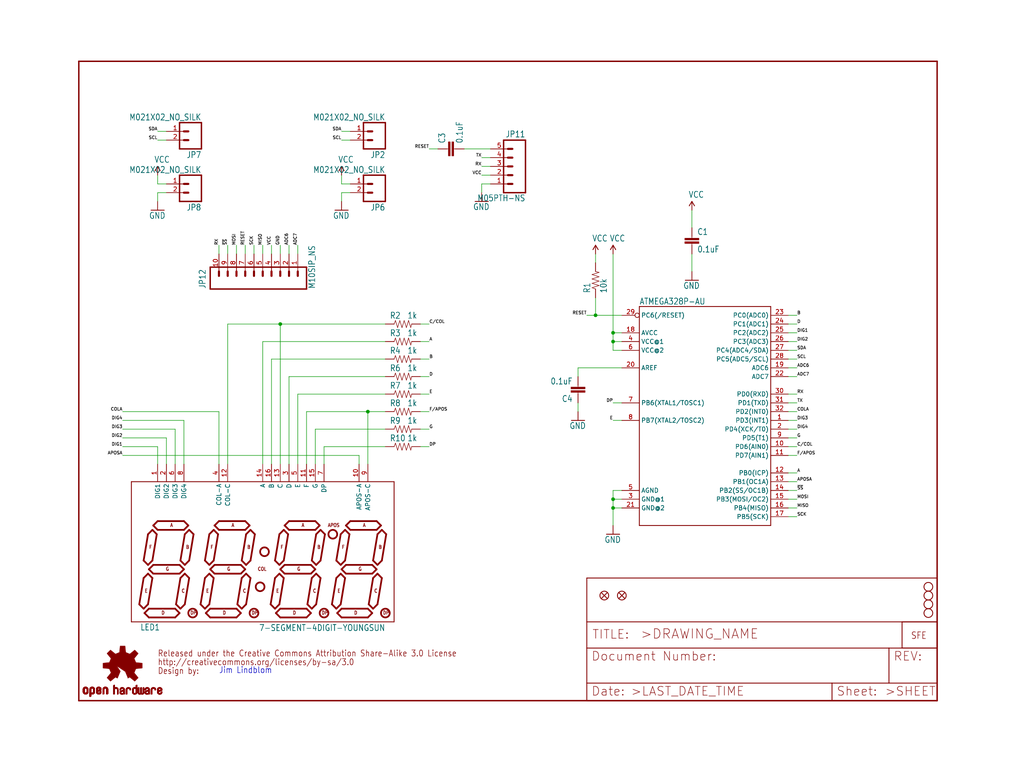
<source format=kicad_sch>
(kicad_sch (version 20211123) (generator eeschema)
  (paper "User" 297.002 223.926)
  (lib_symbols
    (symbol "schematicEagle-eagle-import:7-SEGMENT-4DIGIT-YOUNGSUN"
      (property "Reference" "LED" (at -35.56 -20.32 0))
      (property "Value" "7-SEGMENT-4DIGIT-YOUNGSUN" (at 35.56 -18.542 0))
      (symbol "7-SEGMENT-4DIGIT-YOUNGSUN_1_0"
        (text "A" (at -26.924 9.652 0) (effects (font (size 1.016 0.8636) (thickness 0.1727) bold) (justify left bottom)))
        (text "A" (at -9.144 9.652 0) (effects (font (size 1.016 0.8636) (thickness 0.1727) bold) (justify left bottom)))
        (text "A" (at 11.176 9.652 0) (effects (font (size 1.016 0.8636) (thickness 0.1727) bold) (justify left bottom)))
        (text "A" (at 28.956 9.652 0) (effects (font (size 1.016 0.8636) (thickness 0.1727) bold) (justify left bottom)))
        (text "APOS" (at 18.796 9.652 0) (effects (font (size 1.016 0.8636) (thickness 0.1727) bold) (justify left bottom)))
        (text "B" (at -22.352 3.302 0) (effects (font (size 1.016 0.8636) (thickness 0.1727) bold) (justify left bottom)))
        (text "B" (at -4.572 3.302 0) (effects (font (size 1.016 0.8636) (thickness 0.1727) bold) (justify left bottom)))
        (text "B" (at 15.748 3.302 0) (effects (font (size 1.016 0.8636) (thickness 0.1727) bold) (justify left bottom)))
        (text "B" (at 33.528 3.302 0) (effects (font (size 1.016 0.8636) (thickness 0.1727) bold) (justify left bottom)))
        (text "C" (at -23.622 -9.398 0) (effects (font (size 1.016 0.8636) (thickness 0.1727) bold) (justify left bottom)))
        (text "C" (at -5.842 -9.398 0) (effects (font (size 1.016 0.8636) (thickness 0.1727) bold) (justify left bottom)))
        (text "C" (at 14.478 -9.398 0) (effects (font (size 1.016 0.8636) (thickness 0.1727) bold) (justify left bottom)))
        (text "C" (at 32.258 -9.398 0) (effects (font (size 1.016 0.8636) (thickness 0.1727) bold) (justify left bottom)))
        (text "COL" (at -1.524 -3.048 0) (effects (font (size 1.016 0.8636) (thickness 0.1727) bold) (justify left bottom)))
        (text "D" (at -29.464 -15.748 0) (effects (font (size 1.016 0.8636) (thickness 0.1727) bold) (justify left bottom)))
        (text "D" (at -11.684 -15.748 0) (effects (font (size 1.016 0.8636) (thickness 0.1727) bold) (justify left bottom)))
        (text "D" (at 8.636 -15.748 0) (effects (font (size 1.016 0.8636) (thickness 0.1727) bold) (justify left bottom)))
        (text "D" (at 26.416 -15.748 0) (effects (font (size 1.016 0.8636) (thickness 0.1727) bold) (justify left bottom)))
        (text "DP" (at -21.082 -15.748 0) (effects (font (size 1.016 0.8636) (thickness 0.1727) bold) (justify left bottom)))
        (text "DP" (at -3.302 -15.748 0) (effects (font (size 1.016 0.8636) (thickness 0.1727) bold) (justify left bottom)))
        (text "DP" (at 17.018 -15.748 0) (effects (font (size 1.016 0.8636) (thickness 0.1727) bold) (justify left bottom)))
        (text "DP" (at 34.798 -15.748 0) (effects (font (size 1.016 0.8636) (thickness 0.1727) bold) (justify left bottom)))
        (text "E" (at -34.29 -9.398 0) (effects (font (size 1.016 0.8636) (thickness 0.1727) bold) (justify left bottom)))
        (text "E" (at -16.51 -9.398 0) (effects (font (size 1.016 0.8636) (thickness 0.1727) bold) (justify left bottom)))
        (text "E" (at 3.81 -9.398 0) (effects (font (size 1.016 0.8636) (thickness 0.1727) bold) (justify left bottom)))
        (text "E" (at 21.59 -9.398 0) (effects (font (size 1.016 0.8636) (thickness 0.1727) bold) (justify left bottom)))
        (text "F" (at -33.02 3.302 0) (effects (font (size 1.016 0.8636) (thickness 0.1727) bold) (justify left bottom)))
        (text "F" (at -15.24 3.302 0) (effects (font (size 1.016 0.8636) (thickness 0.1727) bold) (justify left bottom)))
        (text "F" (at 5.08 3.302 0) (effects (font (size 1.016 0.8636) (thickness 0.1727) bold) (justify left bottom)))
        (text "F" (at 22.86 3.302 0) (effects (font (size 1.016 0.8636) (thickness 0.1727) bold) (justify left bottom)))
        (text "G" (at -28.194 -3.048 0) (effects (font (size 1.016 0.8636) (thickness 0.1727) bold) (justify left bottom)))
        (text "G" (at -10.414 -3.048 0) (effects (font (size 1.016 0.8636) (thickness 0.1727) bold) (justify left bottom)))
        (text "G" (at 9.906 -3.048 0) (effects (font (size 1.016 0.8636) (thickness 0.1727) bold) (justify left bottom)))
        (text "G" (at 27.686 -3.048 0) (effects (font (size 1.016 0.8636) (thickness 0.1727) bold) (justify left bottom)))
        (pin bidirectional line (at -30.48 27.94 270) (length 5.08) (name "DIG1") (number "1"))
        (pin bidirectional line (at 27.94 27.94 270) (length 5.08) (name "APOS-A") (number "10"))
        (pin bidirectional line (at 12.7 27.94 270) (length 5.08) (name "F") (number "11"))
        (pin bidirectional line (at -10.16 27.94 270) (length 5.08) (name "COL-C") (number "12"))
        (pin bidirectional line (at 5.08 27.94 270) (length 5.08) (name "C") (number "13"))
        (pin bidirectional line (at 0 27.94 270) (length 5.08) (name "A") (number "14"))
        (pin bidirectional line (at 15.24 27.94 270) (length 5.08) (name "G") (number "15"))
        (pin bidirectional line (at 2.54 27.94 270) (length 5.08) (name "B") (number "16"))
        (pin bidirectional line (at -27.94 27.94 270) (length 5.08) (name "DIG2") (number "2"))
        (pin bidirectional line (at 7.62 27.94 270) (length 5.08) (name "D") (number "3"))
        (pin bidirectional line (at -12.7 27.94 270) (length 5.08) (name "COL-A") (number "4"))
        (pin bidirectional line (at 10.16 27.94 270) (length 5.08) (name "E") (number "5"))
        (pin bidirectional line (at -25.4 27.94 270) (length 5.08) (name "DIG3") (number "6"))
        (pin bidirectional line (at 17.78 27.94 270) (length 5.08) (name "DP") (number "7"))
        (pin bidirectional line (at -22.86 27.94 270) (length 5.08) (name "DIG4") (number "8"))
        (pin bidirectional line (at 30.48 27.94 270) (length 5.08) (name "APOS-C") (number "9"))
      )
    )
    (symbol "schematicEagle-eagle-import:ATMEGA168"
      (property "Reference" "U" (at -17.78 -38.1 0))
      (property "Value" "ATMEGA168" (at -17.78 28.448 0))
      (symbol "ATMEGA168_1_0"
        (pin bidirectional line (at 25.4 -5.08 180) (length 5.08) (name "PD3(INT1)") (number "1"))
        (pin bidirectional line (at 25.4 -12.7 180) (length 5.08) (name "PD6(AIN0)") (number "10"))
        (pin bidirectional line (at 25.4 -15.24 180) (length 5.08) (name "PD7(AIN1)") (number "11"))
        (pin bidirectional line (at 25.4 -20.32 180) (length 5.08) (name "PB0(ICP)") (number "12"))
        (pin bidirectional line (at 25.4 -22.86 180) (length 5.08) (name "PB1(OC1A)") (number "13"))
        (pin bidirectional line (at 25.4 -25.4 180) (length 5.08) (name "PB2(SS/OC1B)") (number "14"))
        (pin bidirectional line (at 25.4 -27.94 180) (length 5.08) (name "PB3(MOSI/OC2)") (number "15"))
        (pin bidirectional line (at 25.4 -30.48 180) (length 5.08) (name "PB4(MISO)") (number "16"))
        (pin bidirectional line (at 25.4 -33.02 180) (length 5.08) (name "PB5(SCK)") (number "17"))
        (pin bidirectional line (at -22.86 20.32 0) (length 5.08) (name "AVCC") (number "18"))
        (pin bidirectional line (at 25.4 10.16 180) (length 5.08) (name "ADC6") (number "19"))
        (pin bidirectional line (at 25.4 -7.62 180) (length 5.08) (name "PD4(XCK/T0)") (number "2"))
        (pin bidirectional line (at -22.86 10.16 0) (length 5.08) (name "AREF") (number "20"))
        (pin bidirectional line (at -22.86 -30.48 0) (length 5.08) (name "GND@2") (number "21"))
        (pin bidirectional line (at 25.4 7.62 180) (length 5.08) (name "ADC7") (number "22"))
        (pin bidirectional line (at 25.4 25.4 180) (length 5.08) (name "PC0(ADC0)") (number "23"))
        (pin bidirectional line (at 25.4 22.86 180) (length 5.08) (name "PC1(ADC1)") (number "24"))
        (pin bidirectional line (at 25.4 20.32 180) (length 5.08) (name "PC2(ADC2)") (number "25"))
        (pin bidirectional line (at 25.4 17.78 180) (length 5.08) (name "PC3(ADC3)") (number "26"))
        (pin bidirectional line (at 25.4 15.24 180) (length 5.08) (name "PC4(ADC4/SDA)") (number "27"))
        (pin bidirectional line (at 25.4 12.7 180) (length 5.08) (name "PC5(ADC5/SCL)") (number "28"))
        (pin bidirectional inverted (at -22.86 25.4 0) (length 5.08) (name "PC6(/RESET)") (number "29"))
        (pin bidirectional line (at -22.86 -27.94 0) (length 5.08) (name "GND@1") (number "3"))
        (pin bidirectional line (at 25.4 2.54 180) (length 5.08) (name "PD0(RXD)") (number "30"))
        (pin bidirectional line (at 25.4 0 180) (length 5.08) (name "PD1(TXD)") (number "31"))
        (pin bidirectional line (at 25.4 -2.54 180) (length 5.08) (name "PD2(INT0)") (number "32"))
        (pin bidirectional line (at -22.86 17.78 0) (length 5.08) (name "VCC@1") (number "4"))
        (pin bidirectional line (at -22.86 -25.4 0) (length 5.08) (name "AGND") (number "5"))
        (pin bidirectional line (at -22.86 15.24 0) (length 5.08) (name "VCC@2") (number "6"))
        (pin bidirectional line (at -22.86 0 0) (length 5.08) (name "PB6(XTAL1/TOSC1)") (number "7"))
        (pin bidirectional line (at -22.86 -5.08 0) (length 5.08) (name "PB7(XTAL2/TOSC2)") (number "8"))
        (pin bidirectional line (at 25.4 -10.16 180) (length 5.08) (name "PD5(T1)") (number "9"))
      )
    )
    (symbol "schematicEagle-eagle-import:CAP0402-CAP"
      (property "Reference" "C" (at 1.524 2.921 0))
      (property "Value" "CAP0402-CAP" (at 1.524 -2.159 0))
      (symbol "CAP0402-CAP_1_0"
        (pin passive line (at 0 5.08 270) (length 2.54) (name "1") (number "1"))
        (pin passive line (at 0 -2.54 90) (length 2.54) (name "2") (number "2"))
      )
    )
    (symbol "schematicEagle-eagle-import:CREATIVE_COMMONS"
      (symbol "CREATIVE_COMMONS_1_0"
        (text "Design by:" (at 0 0 0) (effects (font (size 1.778 1.5113)) (justify left bottom)))
        (text "http://creativecommons.org/licenses/by-sa/3.0" (at 0 2.54 0) (effects (font (size 1.778 1.5113)) (justify left bottom)))
        (text "Released under the Creative Commons Attribution Share-Alike 3.0 License" (at 0 5.08 0) (effects (font (size 1.778 1.5113)) (justify left bottom)))
      )
    )
    (symbol "schematicEagle-eagle-import:FIDUCIALUFIDUCIAL")
    (symbol "schematicEagle-eagle-import:FRAME-LETTER"
      (symbol "FRAME-LETTER_2_0"
        (text ">DRAWING_NAME" (at 15.494 17.78 0) (effects (font (size 2.7432 2.7432)) (justify left bottom)))
        (text ">LAST_DATE_TIME" (at 12.7 1.27 0) (effects (font (size 2.54 2.54)) (justify left bottom)))
        (text ">SHEET" (at 86.36 1.27 0) (effects (font (size 2.54 2.54)) (justify left bottom)))
        (text "Date:" (at 1.27 1.27 0) (effects (font (size 2.54 2.54)) (justify left bottom)))
        (text "Document Number:" (at 1.27 11.43 0) (effects (font (size 2.54 2.54)) (justify left bottom)))
        (text "REV:" (at 88.9 11.43 0) (effects (font (size 2.54 2.54)) (justify left bottom)))
        (text "Sheet:" (at 72.39 1.27 0) (effects (font (size 2.54 2.54)) (justify left bottom)))
        (text "TITLE:" (at 1.524 17.78 0) (effects (font (size 2.54 2.54)) (justify left bottom)))
      )
    )
    (symbol "schematicEagle-eagle-import:GND" (power)
      (property "Value" "GND" (at -2.54 -2.54 0))
      (symbol "GND_1_0"
        (pin power_in line (at 0 2.54 270) (length 2.54) (name "GND") (number "1"))
      )
    )
    (symbol "schematicEagle-eagle-import:LOGO-SFESK"
      (symbol "LOGO-SFESK_1_0"
        (text "SFE" (at 0 0 0) (effects (font (size 1.9304 1.6408)) (justify left bottom)))
      )
    )
    (symbol "schematicEagle-eagle-import:M021X02_NO_SILK"
      (property "Reference" "JP" (at -2.54 5.842 0))
      (property "Value" "M021X02_NO_SILK" (at -2.54 -5.08 0))
      (symbol "M021X02_NO_SILK_1_0"
        (pin passive line (at 7.62 0 180) (length 5.08) (name "1") (number "1"))
        (pin passive line (at 7.62 2.54 180) (length 5.08) (name "2") (number "2"))
      )
    )
    (symbol "schematicEagle-eagle-import:M05PTH-NS"
      (property "Reference" "JP" (at -2.54 8.382 0))
      (property "Value" "M05PTH-NS" (at -2.54 -10.16 0))
      (symbol "M05PTH-NS_1_0"
        (pin passive line (at 7.62 -5.08 180) (length 5.08) (name "1") (number "1"))
        (pin passive line (at 7.62 -2.54 180) (length 5.08) (name "2") (number "2"))
        (pin passive line (at 7.62 0 180) (length 5.08) (name "3") (number "3"))
        (pin passive line (at 7.62 2.54 180) (length 5.08) (name "4") (number "4"))
        (pin passive line (at 7.62 5.08 180) (length 5.08) (name "5") (number "5"))
      )
    )
    (symbol "schematicEagle-eagle-import:M10SIP_NS"
      (property "Reference" "JP" (at 0 8.89 0))
      (property "Value" "M10SIP_NS" (at 0 -22.86 0))
      (symbol "M10SIP_NS_1_0"
        (pin passive line (at 10.16 -17.78 180) (length 5.08) (name "1") (number "1"))
        (pin passive line (at 10.16 5.08 180) (length 5.08) (name "10") (number "10"))
        (pin passive line (at 10.16 -15.24 180) (length 5.08) (name "2") (number "2"))
        (pin passive line (at 10.16 -12.7 180) (length 5.08) (name "3") (number "3"))
        (pin passive line (at 10.16 -10.16 180) (length 5.08) (name "4") (number "4"))
        (pin passive line (at 10.16 -7.62 180) (length 5.08) (name "5") (number "5"))
        (pin passive line (at 10.16 -5.08 180) (length 5.08) (name "6") (number "6"))
        (pin passive line (at 10.16 -2.54 180) (length 5.08) (name "7") (number "7"))
        (pin passive line (at 10.16 0 180) (length 5.08) (name "8") (number "8"))
        (pin passive line (at 10.16 2.54 180) (length 5.08) (name "9") (number "9"))
      )
    )
    (symbol "schematicEagle-eagle-import:OSHW-LOGOS")
    (symbol "schematicEagle-eagle-import:RESISTOR0402-RES"
      (property "Reference" "R" (at -3.81 1.4986 0))
      (property "Value" "RESISTOR0402-RES" (at -3.81 -3.302 0))
      (symbol "RESISTOR0402-RES_1_0"
        (pin passive line (at -5.08 0 0) (length 2.54) (name "1") (number "1"))
        (pin passive line (at 5.08 0 180) (length 2.54) (name "2") (number "2"))
      )
    )
    (symbol "schematicEagle-eagle-import:STAND-OFF")
    (symbol "schematicEagle-eagle-import:VCC" (power)
      (property "Value" "VCC" (at -1.016 3.556 0))
      (symbol "VCC_1_0"
        (pin power_in line (at 0 0 90) (length 2.54) (name "VCC") (number "1"))
      )
    )
  )
  (junction (at 177.8 96.52))
  (junction (at 177.8 99.06))
  (junction (at 177.8 147.32))
  (junction (at 106.68 119.38))
  (junction (at 81.28 93.98))
  (junction (at 172.72 91.44))
  (junction (at 177.8 144.78))
  (wire (pts (xy 121.92 99.06) (xy 124.46 99.06)))
  (wire (pts (xy 104.14 132.08) (xy 35.56 132.08)))
  (wire (pts (xy 81.28 73.66) (xy 81.28 71.12)))
  (wire (pts (xy 111.76 104.14) (xy 78.74 104.14)))
  (wire (pts (xy 48.26 38.1) (xy 45.72 38.1)))
  (wire (pts (xy 228.6 124.46) (xy 231.14 124.46)))
  (wire (pts (xy 172.72 91.44) (xy 170.18 91.44)))
  (wire (pts (xy 111.76 114.3) (xy 86.36 114.3)))
  (wire (pts (xy 142.24 45.72) (xy 139.7 45.72)))
  (wire (pts (xy 68.58 73.66) (xy 68.58 71.12)))
  (wire (pts (xy 172.72 76.2) (xy 172.72 73.66)))
  (wire (pts (xy 121.92 124.46) (xy 124.46 124.46)))
  (wire (pts (xy 228.6 129.54) (xy 231.14 129.54)))
  (wire (pts (xy 53.34 121.92) (xy 35.56 121.92)))
  (wire (pts (xy 167.64 119.38) (xy 167.64 116.84)))
  (wire (pts (xy 88.9 119.38) (xy 88.9 134.62)))
  (wire (pts (xy 180.34 101.6) (xy 177.8 101.6)))
  (wire (pts (xy 142.24 53.34) (xy 139.7 53.34)))
  (wire (pts (xy 228.6 114.3) (xy 231.14 114.3)))
  (wire (pts (xy 228.6 99.06) (xy 231.14 99.06)))
  (wire (pts (xy 50.8 134.62) (xy 50.8 124.46)))
  (wire (pts (xy 104.14 134.62) (xy 104.14 132.08)))
  (wire (pts (xy 180.34 142.24) (xy 177.8 142.24)))
  (wire (pts (xy 167.64 106.68) (xy 167.64 109.22)))
  (wire (pts (xy 48.26 127) (xy 35.56 127)))
  (wire (pts (xy 106.68 119.38) (xy 88.9 119.38)))
  (wire (pts (xy 142.24 50.8) (xy 139.7 50.8)))
  (wire (pts (xy 177.8 99.06) (xy 177.8 96.52)))
  (wire (pts (xy 139.7 55.88) (xy 139.7 53.34)))
  (wire (pts (xy 45.72 53.34) (xy 45.72 50.8)))
  (wire (pts (xy 48.26 55.88) (xy 45.72 55.88)))
  (wire (pts (xy 228.6 96.52) (xy 231.14 96.52)))
  (wire (pts (xy 83.82 109.22) (xy 83.82 134.62)))
  (wire (pts (xy 228.6 106.68) (xy 231.14 106.68)))
  (wire (pts (xy 121.92 114.3) (xy 124.46 114.3)))
  (wire (pts (xy 200.66 66.04) (xy 200.66 60.96)))
  (wire (pts (xy 180.34 121.92) (xy 177.8 121.92)))
  (wire (pts (xy 121.92 104.14) (xy 124.46 104.14)))
  (wire (pts (xy 45.72 58.42) (xy 45.72 55.88)))
  (wire (pts (xy 177.8 144.78) (xy 177.8 147.32)))
  (wire (pts (xy 180.34 106.68) (xy 167.64 106.68)))
  (wire (pts (xy 93.98 134.62) (xy 93.98 129.54)))
  (wire (pts (xy 66.04 93.98) (xy 66.04 134.62)))
  (wire (pts (xy 101.6 55.88) (xy 99.06 55.88)))
  (wire (pts (xy 228.6 101.6) (xy 231.14 101.6)))
  (wire (pts (xy 111.76 119.38) (xy 106.68 119.38)))
  (wire (pts (xy 228.6 104.14) (xy 231.14 104.14)))
  (wire (pts (xy 134.62 43.18) (xy 142.24 43.18)))
  (wire (pts (xy 111.76 93.98) (xy 81.28 93.98)))
  (wire (pts (xy 121.92 109.22) (xy 124.46 109.22)))
  (wire (pts (xy 83.82 73.66) (xy 83.82 71.12)))
  (wire (pts (xy 106.68 134.62) (xy 106.68 119.38)))
  (wire (pts (xy 228.6 93.98) (xy 231.14 93.98)))
  (wire (pts (xy 93.98 129.54) (xy 111.76 129.54)))
  (wire (pts (xy 228.6 139.7) (xy 231.14 139.7)))
  (wire (pts (xy 76.2 73.66) (xy 76.2 71.12)))
  (wire (pts (xy 45.72 129.54) (xy 35.56 129.54)))
  (wire (pts (xy 121.92 129.54) (xy 124.46 129.54)))
  (wire (pts (xy 180.34 147.32) (xy 177.8 147.32)))
  (wire (pts (xy 121.92 93.98) (xy 124.46 93.98)))
  (wire (pts (xy 177.8 96.52) (xy 177.8 73.66)))
  (wire (pts (xy 111.76 99.06) (xy 76.2 99.06)))
  (wire (pts (xy 200.66 73.66) (xy 200.66 78.74)))
  (wire (pts (xy 121.92 119.38) (xy 124.46 119.38)))
  (wire (pts (xy 228.6 142.24) (xy 231.14 142.24)))
  (wire (pts (xy 50.8 124.46) (xy 35.56 124.46)))
  (wire (pts (xy 78.74 104.14) (xy 78.74 134.62)))
  (wire (pts (xy 180.34 144.78) (xy 177.8 144.78)))
  (wire (pts (xy 66.04 73.66) (xy 66.04 71.12)))
  (wire (pts (xy 73.66 73.66) (xy 73.66 71.12)))
  (wire (pts (xy 228.6 116.84) (xy 231.14 116.84)))
  (wire (pts (xy 71.12 73.66) (xy 71.12 71.12)))
  (wire (pts (xy 101.6 38.1) (xy 99.06 38.1)))
  (wire (pts (xy 81.28 134.62) (xy 81.28 93.98)))
  (wire (pts (xy 81.28 93.98) (xy 66.04 93.98)))
  (wire (pts (xy 228.6 119.38) (xy 231.14 119.38)))
  (wire (pts (xy 177.8 101.6) (xy 177.8 99.06)))
  (wire (pts (xy 228.6 121.92) (xy 231.14 121.92)))
  (wire (pts (xy 127 43.18) (xy 124.46 43.18)))
  (wire (pts (xy 177.8 147.32) (xy 177.8 152.4)))
  (wire (pts (xy 78.74 73.66) (xy 78.74 71.12)))
  (wire (pts (xy 228.6 147.32) (xy 231.14 147.32)))
  (wire (pts (xy 48.26 40.64) (xy 45.72 40.64)))
  (wire (pts (xy 86.36 73.66) (xy 86.36 71.12)))
  (wire (pts (xy 76.2 99.06) (xy 76.2 134.62)))
  (wire (pts (xy 180.34 99.06) (xy 177.8 99.06)))
  (wire (pts (xy 180.34 91.44) (xy 172.72 91.44)))
  (wire (pts (xy 101.6 40.64) (xy 99.06 40.64)))
  (wire (pts (xy 228.6 91.44) (xy 231.14 91.44)))
  (wire (pts (xy 180.34 96.52) (xy 177.8 96.52)))
  (wire (pts (xy 63.5 73.66) (xy 63.5 71.12)))
  (wire (pts (xy 63.5 134.62) (xy 63.5 119.38)))
  (wire (pts (xy 228.6 109.22) (xy 231.14 109.22)))
  (wire (pts (xy 53.34 134.62) (xy 53.34 121.92)))
  (wire (pts (xy 177.8 142.24) (xy 177.8 144.78)))
  (wire (pts (xy 99.06 58.42) (xy 99.06 55.88)))
  (wire (pts (xy 228.6 127) (xy 231.14 127)))
  (wire (pts (xy 48.26 53.34) (xy 45.72 53.34)))
  (wire (pts (xy 48.26 134.62) (xy 48.26 127)))
  (wire (pts (xy 111.76 109.22) (xy 83.82 109.22)))
  (wire (pts (xy 91.44 134.62) (xy 91.44 124.46)))
  (wire (pts (xy 172.72 91.44) (xy 172.72 86.36)))
  (wire (pts (xy 228.6 149.86) (xy 231.14 149.86)))
  (wire (pts (xy 63.5 119.38) (xy 35.56 119.38)))
  (wire (pts (xy 91.44 124.46) (xy 111.76 124.46)))
  (wire (pts (xy 142.24 48.26) (xy 139.7 48.26)))
  (wire (pts (xy 180.34 116.84) (xy 177.8 116.84)))
  (wire (pts (xy 86.36 114.3) (xy 86.36 134.62)))
  (wire (pts (xy 99.06 53.34) (xy 99.06 50.8)))
  (wire (pts (xy 228.6 144.78) (xy 231.14 144.78)))
  (wire (pts (xy 45.72 134.62) (xy 45.72 129.54)))
  (wire (pts (xy 101.6 53.34) (xy 99.06 53.34)))
  (wire (pts (xy 228.6 132.08) (xy 231.14 132.08)))
  (wire (pts (xy 228.6 137.16) (xy 231.14 137.16)))
  (text "Jim Lindblom" (at 63.5 195.58 180) (effects (font (size 1.778 1.5113)) (justify left bottom)))
  (label "C/COL" (at 231.14 129.54 0) (effects (font (size 0.889 0.889))))
  (label "VCC" (at 78.74 71.12 90) (effects (font (size 0.889 0.889))))
  (label "COLA" (at 35.56 119.38 180) (effects (font (size 0.889 0.889))))
  (label "ADC6" (at 83.82 71.12 90) (effects (font (size 0.889 0.889))))
  (label "SCL" (at 99.06 40.64 180) (effects (font (size 0.889 0.889))))
  (label "ADC7" (at 231.14 109.22 0) (effects (font (size 0.889 0.889))))
  (label "DIG3" (at 35.56 124.46 180) (effects (font (size 0.889 0.889))))
  (label "A" (at 231.14 137.16 0) (effects (font (size 0.889 0.889))))
  (label "D" (at 231.14 93.98 0) (effects (font (size 0.889 0.889))))
  (label "DIG1" (at 231.14 96.52 0) (effects (font (size 0.889 0.889))))
  (label "C/COL" (at 124.46 93.98 0) (effects (font (size 0.889 0.889))))
  (label "DIG1" (at 35.56 129.54 180) (effects (font (size 0.889 0.889))))
  (label "GND" (at 81.28 71.12 90) (effects (font (size 0.889 0.889))))
  (label "RX" (at 139.7 48.26 180) (effects (font (size 0.889 0.889))))
  (label "SDA" (at 45.72 38.1 180) (effects (font (size 0.889 0.889))))
  (label "DIG2" (at 35.56 127 180) (effects (font (size 0.889 0.889))))
  (label "SDA" (at 99.06 38.1 180) (effects (font (size 0.889 0.889))))
  (label "TX" (at 231.14 116.84 0) (effects (font (size 0.889 0.889))))
  (label "COLA" (at 231.14 119.38 0) (effects (font (size 0.889 0.889))))
  (label "SCK" (at 231.14 149.86 0) (effects (font (size 0.889 0.889))))
  (label "F/APOS" (at 124.46 119.38 0) (effects (font (size 0.889 0.889))))
  (label "VCC" (at 139.7 50.8 180) (effects (font (size 0.889 0.889))))
  (label "DIG4" (at 35.56 121.92 180) (effects (font (size 0.889 0.889))))
  (label "G" (at 231.14 127 0) (effects (font (size 0.889 0.889))))
  (label "ADC6" (at 231.14 106.68 0) (effects (font (size 0.889 0.889))))
  (label "E" (at 177.8 121.92 180) (effects (font (size 0.889 0.889))))
  (label "RESET" (at 170.18 91.44 180) (effects (font (size 0.889 0.889))))
  (label "E" (at 124.46 114.3 0) (effects (font (size 0.889 0.889))))
  (label "DIG4" (at 231.14 124.46 0) (effects (font (size 0.889 0.889))))
  (label "RESET" (at 71.12 71.12 90) (effects (font (size 0.889 0.889))))
  (label "TX" (at 139.7 45.72 180) (effects (font (size 0.889 0.889))))
  (label "SCL" (at 231.14 104.14 0) (effects (font (size 0.889 0.889))))
  (label "MISO" (at 231.14 147.32 0) (effects (font (size 0.889 0.889))))
  (label "MOSI" (at 68.58 71.12 90) (effects (font (size 0.889 0.889))))
  (label "A" (at 124.46 99.06 0) (effects (font (size 0.889 0.889))))
  (label "MOSI" (at 231.14 144.78 0) (effects (font (size 0.889 0.889))))
  (label "G" (at 124.46 124.46 0) (effects (font (size 0.889 0.889))))
  (label "~{SS}" (at 231.14 142.24 0) (effects (font (size 0.889 0.889))))
  (label "SDA" (at 231.14 101.6 0) (effects (font (size 0.889 0.889))))
  (label "DP" (at 177.8 116.84 180) (effects (font (size 0.889 0.889))))
  (label "~{SS}" (at 66.04 71.12 90) (effects (font (size 0.889 0.889))))
  (label "F/APOS" (at 231.14 132.08 0) (effects (font (size 0.889 0.889))))
  (label "DIG3" (at 231.14 121.92 0) (effects (font (size 0.889 0.889))))
  (label "MISO" (at 76.2 71.12 90) (effects (font (size 0.889 0.889))))
  (label "RX" (at 63.5 71.12 90) (effects (font (size 0.889 0.889))))
  (label "SCL" (at 45.72 40.64 180) (effects (font (size 0.889 0.889))))
  (label "RX" (at 231.14 114.3 0) (effects (font (size 0.889 0.889))))
  (label "ADC7" (at 86.36 71.12 90) (effects (font (size 0.889 0.889))))
  (label "DIG2" (at 231.14 99.06 0) (effects (font (size 0.889 0.889))))
  (label "B" (at 124.46 104.14 0) (effects (font (size 0.889 0.889))))
  (label "SCK" (at 73.66 71.12 90) (effects (font (size 0.889 0.889))))
  (label "DP" (at 124.46 129.54 0) (effects (font (size 0.889 0.889))))
  (label "RESET" (at 124.46 43.18 180) (effects (font (size 0.889 0.889))))
  (label "APOSA" (at 231.14 139.7 0) (effects (font (size 0.889 0.889))))
  (label "APOSA" (at 35.56 132.08 180) (effects (font (size 0.889 0.889))))
  (label "B" (at 231.14 91.44 0) (effects (font (size 0.889 0.889))))
  (label "D" (at 124.46 109.22 0) (effects (font (size 0.889 0.889))))
  (symbol (lib_id "schematicEagle-eagle-import:STAND-OFF") (at 269.24 175.26 0) (unit 1)
    (property "Reference" "JP4" (effects hide))
    (property "Value" "STAND-OFF" (effects hide))
    (property "Footprint" "schematicEagle:STAND-OFF" (effects hide))
  )
  (symbol (lib_id "schematicEagle-eagle-import:CAP0402-CAP") (at 167.64 111.76 180) (unit 1)
    (property "Reference" "C4" (at 166.116 114.681 0) (effects (font (size 1.778 1.5113)) (justify left bottom)))
    (property "Value" "0.1uF" (at 166.116 109.601 0) (effects (font (size 1.778 1.5113)) (justify left bottom)))
    (property "Footprint" "schematicEagle:0402-CAP" (effects hide))
  )
  (symbol (lib_id "schematicEagle-eagle-import:VCC") (at 45.72 50.8 0) (unit 1)
    (property "Reference" "#P+5" (effects hide))
    (property "Value" "VCC" (at 44.704 47.244 0) (effects (font (size 1.778 1.5113)) (justify left bottom)))
    (property "Footprint" "schematicEagle:" (effects hide))
  )
  (symbol (lib_id "schematicEagle-eagle-import:GND") (at 200.66 81.28 0) (unit 1)
    (property "Reference" "#GND4" (effects hide))
    (property "Value" "GND" (at 198.12 83.82 0) (effects (font (size 1.778 1.5113)) (justify left bottom)))
    (property "Footprint" "schematicEagle:" (effects hide))
  )
  (symbol (lib_id "schematicEagle-eagle-import:RESISTOR0402-RES") (at 172.72 81.28 90) (unit 1)
    (property "Reference" "R1" (at 171.2214 85.09 0) (effects (font (size 1.778 1.5113)) (justify left bottom)))
    (property "Value" "10k" (at 176.022 85.09 0) (effects (font (size 1.778 1.5113)) (justify left bottom)))
    (property "Footprint" "schematicEagle:0402-RES" (effects hide))
  )
  (symbol (lib_id "schematicEagle-eagle-import:FIDUCIALUFIDUCIAL") (at 180.34 172.72 0) (unit 1)
    (property "Reference" "JP10" (effects hide))
    (property "Value" "FIDUCIALUFIDUCIAL" (effects hide))
    (property "Footprint" "schematicEagle:MICRO-FIDUCIAL" (effects hide))
  )
  (symbol (lib_id "schematicEagle-eagle-import:7-SEGMENT-4DIGIT-YOUNGSUN") (at 76.2 162.56 0) (unit 1)
    (property "Reference" "LED1" (at 40.64 182.88 0) (effects (font (size 1.778 1.5113)) (justify left bottom)))
    (property "Value" "7-SEGMENT-4DIGIT-YOUNGSUN" (at 111.76 181.102 0) (effects (font (size 1.778 1.5113)) (justify right top)))
    (property "Footprint" "schematicEagle:7-SEGMENT-4DIGIT-YOUNGSUN" (effects hide))
  )
  (symbol (lib_id "schematicEagle-eagle-import:GND") (at 99.06 60.96 0) (unit 1)
    (property "Reference" "#GND6" (effects hide))
    (property "Value" "GND" (at 96.52 63.5 0) (effects (font (size 1.778 1.5113)) (justify left bottom)))
    (property "Footprint" "schematicEagle:" (effects hide))
  )
  (symbol (lib_id "schematicEagle-eagle-import:GND") (at 177.8 154.94 0) (unit 1)
    (property "Reference" "#GND1" (effects hide))
    (property "Value" "GND" (at 175.26 157.48 0) (effects (font (size 1.778 1.5113)) (justify left bottom)))
    (property "Footprint" "schematicEagle:" (effects hide))
  )
  (symbol (lib_id "schematicEagle-eagle-import:RESISTOR0402-RES") (at 116.84 114.3 0) (unit 1)
    (property "Reference" "R7" (at 113.03 112.8014 0) (effects (font (size 1.778 1.5113)) (justify left bottom)))
    (property "Value" "1k" (at 118.11 112.776 0) (effects (font (size 1.778 1.5113)) (justify left bottom)))
    (property "Footprint" "schematicEagle:0402-RES" (effects hide))
  )
  (symbol (lib_id "schematicEagle-eagle-import:GND") (at 167.64 121.92 0) (unit 1)
    (property "Reference" "#GND2" (effects hide))
    (property "Value" "GND" (at 165.1 124.46 0) (effects (font (size 1.778 1.5113)) (justify left bottom)))
    (property "Footprint" "schematicEagle:" (effects hide))
  )
  (symbol (lib_id "schematicEagle-eagle-import:RESISTOR0402-RES") (at 116.84 99.06 0) (unit 1)
    (property "Reference" "R3" (at 113.03 97.5614 0) (effects (font (size 1.778 1.5113)) (justify left bottom)))
    (property "Value" "1k" (at 118.11 97.536 0) (effects (font (size 1.778 1.5113)) (justify left bottom)))
    (property "Footprint" "schematicEagle:0402-RES" (effects hide))
  )
  (symbol (lib_id "schematicEagle-eagle-import:CAP0402-CAP") (at 132.08 43.18 90) (unit 1)
    (property "Reference" "C3" (at 129.159 41.656 0) (effects (font (size 1.778 1.5113)) (justify left bottom)))
    (property "Value" "0.1uF" (at 134.239 41.656 0) (effects (font (size 1.778 1.5113)) (justify left bottom)))
    (property "Footprint" "schematicEagle:0402-CAP" (effects hide))
  )
  (symbol (lib_id "schematicEagle-eagle-import:CREATIVE_COMMONS") (at 45.72 195.58 0) (unit 1)
    (property "Reference" "U$1" (effects hide))
    (property "Value" "CREATIVE_COMMONS" (effects hide))
    (property "Footprint" "schematicEagle:CREATIVE_COMMONS" (effects hide))
  )
  (symbol (lib_id "schematicEagle-eagle-import:RESISTOR0402-RES") (at 116.84 129.54 0) (unit 1)
    (property "Reference" "R10" (at 113.03 128.0414 0) (effects (font (size 1.778 1.5113)) (justify left bottom)))
    (property "Value" "1k" (at 118.11 128.016 0) (effects (font (size 1.778 1.5113)) (justify left bottom)))
    (property "Footprint" "schematicEagle:0402-RES" (effects hide))
  )
  (symbol (lib_id "schematicEagle-eagle-import:M05PTH-NS") (at 149.86 48.26 0) (mirror y) (unit 1)
    (property "Reference" "JP11" (at 152.4 39.878 0) (effects (font (size 1.778 1.5113)) (justify left bottom)))
    (property "Value" "M05PTH-NS" (at 152.4 58.42 0) (effects (font (size 1.778 1.5113)) (justify left bottom)))
    (property "Footprint" "schematicEagle:1X05_NO_SILK" (effects hide))
  )
  (symbol (lib_id "schematicEagle-eagle-import:M10SIP_NS") (at 68.58 83.82 90) (unit 1)
    (property "Reference" "JP12" (at 59.69 83.82 0) (effects (font (size 1.778 1.5113)) (justify left bottom)))
    (property "Value" "M10SIP_NS" (at 91.44 83.82 0) (effects (font (size 1.778 1.5113)) (justify left bottom)))
    (property "Footprint" "schematicEagle:1X10_NO_SILK" (effects hide))
  )
  (symbol (lib_id "schematicEagle-eagle-import:CAP0402-CAP") (at 200.66 71.12 0) (unit 1)
    (property "Reference" "C1" (at 202.184 68.199 0) (effects (font (size 1.778 1.5113)) (justify left bottom)))
    (property "Value" "0.1uF" (at 202.184 73.279 0) (effects (font (size 1.778 1.5113)) (justify left bottom)))
    (property "Footprint" "schematicEagle:0402-CAP" (effects hide))
  )
  (symbol (lib_id "schematicEagle-eagle-import:GND") (at 45.72 60.96 0) (unit 1)
    (property "Reference" "#GND3" (effects hide))
    (property "Value" "GND" (at 43.18 63.5 0) (effects (font (size 1.778 1.5113)) (justify left bottom)))
    (property "Footprint" "schematicEagle:" (effects hide))
  )
  (symbol (lib_id "schematicEagle-eagle-import:RESISTOR0402-RES") (at 116.84 93.98 0) (unit 1)
    (property "Reference" "R2" (at 113.03 92.4814 0) (effects (font (size 1.778 1.5113)) (justify left bottom)))
    (property "Value" "1k" (at 118.11 92.456 0) (effects (font (size 1.778 1.5113)) (justify left bottom)))
    (property "Footprint" "schematicEagle:0402-RES" (effects hide))
  )
  (symbol (lib_id "schematicEagle-eagle-import:M021X02_NO_SILK") (at 55.88 53.34 180) (unit 1)
    (property "Reference" "JP8" (at 58.42 59.182 0) (effects (font (size 1.778 1.5113)) (justify left bottom)))
    (property "Value" "M021X02_NO_SILK" (at 58.42 48.26 0) (effects (font (size 1.778 1.5113)) (justify left bottom)))
    (property "Footprint" "schematicEagle:1X02_NO_SILK" (effects hide))
  )
  (symbol (lib_id "schematicEagle-eagle-import:GND") (at 139.7 58.42 0) (unit 1)
    (property "Reference" "#GND7" (effects hide))
    (property "Value" "GND" (at 137.16 60.96 0) (effects (font (size 1.778 1.5113)) (justify left bottom)))
    (property "Footprint" "schematicEagle:" (effects hide))
  )
  (symbol (lib_id "schematicEagle-eagle-import:M021X02_NO_SILK") (at 109.22 53.34 180) (unit 1)
    (property "Reference" "JP6" (at 111.76 59.182 0) (effects (font (size 1.778 1.5113)) (justify left bottom)))
    (property "Value" "M021X02_NO_SILK" (at 111.76 48.26 0) (effects (font (size 1.778 1.5113)) (justify left bottom)))
    (property "Footprint" "schematicEagle:1X02_NO_SILK" (effects hide))
  )
  (symbol (lib_id "schematicEagle-eagle-import:OSHW-LOGOS") (at 35.56 193.04 0) (unit 1)
    (property "Reference" "U$4" (effects hide))
    (property "Value" "OSHW-LOGOS" (effects hide))
    (property "Footprint" "schematicEagle:OSHW-LOGO-S" (effects hide))
  )
  (symbol (lib_id "schematicEagle-eagle-import:RESISTOR0402-RES") (at 116.84 104.14 0) (unit 1)
    (property "Reference" "R4" (at 113.03 102.6414 0) (effects (font (size 1.778 1.5113)) (justify left bottom)))
    (property "Value" "1k" (at 118.11 102.616 0) (effects (font (size 1.778 1.5113)) (justify left bottom)))
    (property "Footprint" "schematicEagle:0402-RES" (effects hide))
  )
  (symbol (lib_id "schematicEagle-eagle-import:VCC") (at 200.66 60.96 0) (unit 1)
    (property "Reference" "#P+3" (effects hide))
    (property "Value" "VCC" (at 199.644 57.404 0) (effects (font (size 1.778 1.5113)) (justify left bottom)))
    (property "Footprint" "schematicEagle:" (effects hide))
  )
  (symbol (lib_id "schematicEagle-eagle-import:M021X02_NO_SILK") (at 109.22 38.1 180) (unit 1)
    (property "Reference" "JP2" (at 111.76 43.942 0) (effects (font (size 1.778 1.5113)) (justify left bottom)))
    (property "Value" "M021X02_NO_SILK" (at 111.76 33.02 0) (effects (font (size 1.778 1.5113)) (justify left bottom)))
    (property "Footprint" "schematicEagle:1X02_NO_SILK" (effects hide))
  )
  (symbol (lib_id "schematicEagle-eagle-import:RESISTOR0402-RES") (at 116.84 124.46 0) (unit 1)
    (property "Reference" "R9" (at 113.03 122.9614 0) (effects (font (size 1.778 1.5113)) (justify left bottom)))
    (property "Value" "1k" (at 118.11 122.936 0) (effects (font (size 1.778 1.5113)) (justify left bottom)))
    (property "Footprint" "schematicEagle:0402-RES" (effects hide))
  )
  (symbol (lib_id "schematicEagle-eagle-import:FRAME-LETTER") (at 22.86 203.2 0) (unit 1)
    (property "Reference" "#FRAME1" (effects hide))
    (property "Value" "FRAME-LETTER" (effects hide))
    (property "Footprint" "schematicEagle:" (effects hide))
  )
  (symbol (lib_id "schematicEagle-eagle-import:ATMEGA168") (at 203.2 116.84 0) (unit 1)
    (property "Reference" "ATMEGA328P-AU0" (effects hide))
    (property "Value" "ATMEGA328P-AU" (at 185.42 88.392 0) (effects (font (size 1.778 1.5113)) (justify left bottom)))
    (property "Footprint" "schematicEagle:TQFP32-08" (effects hide))
  )
  (symbol (lib_id "schematicEagle-eagle-import:LOGO-SFESK") (at 264.16 185.42 0) (unit 1)
    (property "Reference" "U$2" (effects hide))
    (property "Value" "LOGO-SFESK" (effects hide))
    (property "Footprint" "schematicEagle:SFE-LOGO-FLAME" (effects hide))
  )
  (symbol (lib_id "schematicEagle-eagle-import:RESISTOR0402-RES") (at 116.84 119.38 0) (unit 1)
    (property "Reference" "R8" (at 113.03 117.8814 0) (effects (font (size 1.778 1.5113)) (justify left bottom)))
    (property "Value" "1k" (at 118.11 117.856 0) (effects (font (size 1.778 1.5113)) (justify left bottom)))
    (property "Footprint" "schematicEagle:0402-RES" (effects hide))
  )
  (symbol (lib_id "schematicEagle-eagle-import:VCC") (at 99.06 50.8 0) (unit 1)
    (property "Reference" "#P+4" (effects hide))
    (property "Value" "VCC" (at 98.044 47.244 0) (effects (font (size 1.778 1.5113)) (justify left bottom)))
    (property "Footprint" "schematicEagle:" (effects hide))
  )
  (symbol (lib_id "schematicEagle-eagle-import:VCC") (at 172.72 73.66 0) (unit 1)
    (property "Reference" "#P+1" (effects hide))
    (property "Value" "VCC" (at 171.704 70.104 0) (effects (font (size 1.778 1.5113)) (justify left bottom)))
    (property "Footprint" "schematicEagle:" (effects hide))
  )
  (symbol (lib_id "schematicEagle-eagle-import:STAND-OFF") (at 269.24 177.8 0) (unit 1)
    (property "Reference" "JP5" (effects hide))
    (property "Value" "STAND-OFF" (effects hide))
    (property "Footprint" "schematicEagle:STAND-OFF" (effects hide))
  )
  (symbol (lib_id "schematicEagle-eagle-import:FIDUCIALUFIDUCIAL") (at 175.26 172.72 0) (unit 1)
    (property "Reference" "JP9" (effects hide))
    (property "Value" "FIDUCIALUFIDUCIAL" (effects hide))
    (property "Footprint" "schematicEagle:MICRO-FIDUCIAL" (effects hide))
  )
  (symbol (lib_id "schematicEagle-eagle-import:STAND-OFF") (at 269.24 170.18 0) (unit 1)
    (property "Reference" "JP1" (effects hide))
    (property "Value" "STAND-OFF" (effects hide))
    (property "Footprint" "schematicEagle:STAND-OFF" (effects hide))
  )
  (symbol (lib_id "schematicEagle-eagle-import:M021X02_NO_SILK") (at 55.88 38.1 180) (unit 1)
    (property "Reference" "JP7" (at 58.42 43.942 0) (effects (font (size 1.778 1.5113)) (justify left bottom)))
    (property "Value" "M021X02_NO_SILK" (at 58.42 33.02 0) (effects (font (size 1.778 1.5113)) (justify left bottom)))
    (property "Footprint" "schematicEagle:1X02_NO_SILK" (effects hide))
  )
  (symbol (lib_id "schematicEagle-eagle-import:VCC") (at 177.8 73.66 0) (unit 1)
    (property "Reference" "#P+2" (effects hide))
    (property "Value" "VCC" (at 176.784 70.104 0) (effects (font (size 1.778 1.5113)) (justify left bottom)))
    (property "Footprint" "schematicEagle:" (effects hide))
  )
  (symbol (lib_id "schematicEagle-eagle-import:STAND-OFF") (at 269.24 172.72 0) (unit 1)
    (property "Reference" "JP3" (effects hide))
    (property "Value" "STAND-OFF" (effects hide))
    (property "Footprint" "schematicEagle:STAND-OFF" (effects hide))
  )
  (symbol (lib_id "schematicEagle-eagle-import:FRAME-LETTER") (at 170.18 203.2 0) (unit 2)
    (property "Reference" "#FRAME1" (effects hide))
    (property "Value" "FRAME-LETTER" (effects hide))
    (property "Footprint" "schematicEagle:" (effects hide))
  )
  (symbol (lib_id "schematicEagle-eagle-import:RESISTOR0402-RES") (at 116.84 109.22 0) (unit 1)
    (property "Reference" "R6" (at 113.03 107.7214 0) (effects (font (size 1.778 1.5113)) (justify left bottom)))
    (property "Value" "1k" (at 118.11 107.696 0) (effects (font (size 1.778 1.5113)) (justify left bottom)))
    (property "Footprint" "schematicEagle:0402-RES" (effects hide))
  )
)
</source>
